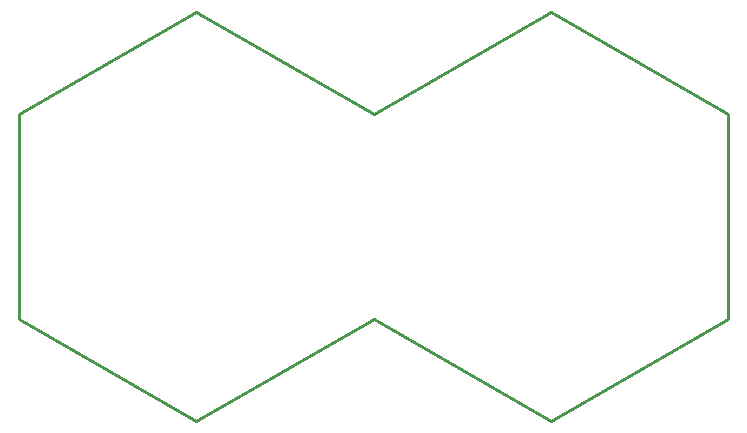
<source format=gbr>
G04 EAGLE Gerber RS-274X export*
G75*
%MOMM*%
%FSLAX34Y34*%
%LPD*%
%IN*%
%IPPOS*%
%AMOC8*
5,1,8,0,0,1.08239X$1,22.5*%
G01*
%ADD10C,0.254000*%


D10*
X-300813Y713D02*
X-150813Y-85888D01*
X-813Y713D01*
X149188Y-85888D01*
X299188Y713D01*
X299188Y173913D01*
X149188Y260513D01*
X-813Y173913D01*
X-150813Y260513D01*
X-300813Y173913D01*
X-300813Y713D01*
M02*

</source>
